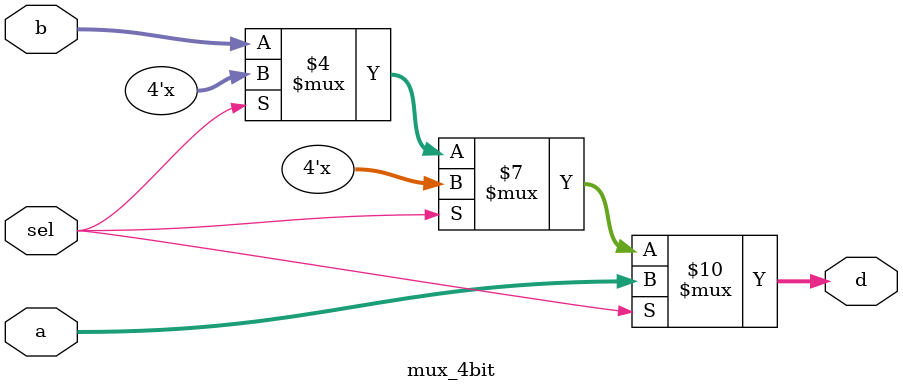
<source format=v>
module mux_4bit(
    input      [3:0]   a,
    input      [3:0]   b,
    input              sel,
    output reg [3:0]   d 
);

always@(*)begin
    if(sel)
        d = a;
    else if(!sel)
        d = b;
    else ;
end

endmodule
</source>
